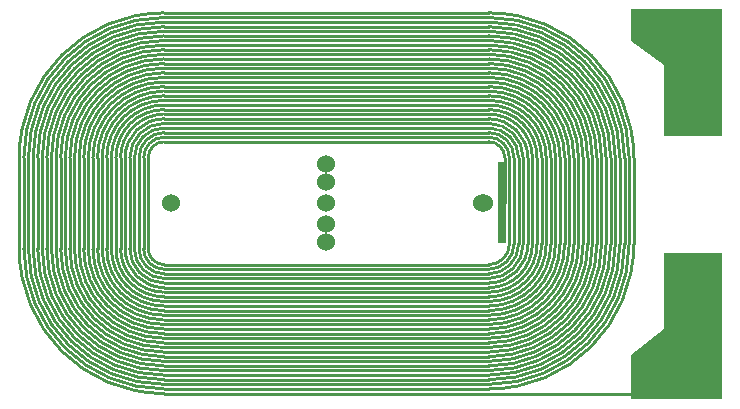
<source format=gtl>
G04*
G04 #@! TF.GenerationSoftware,Altium Limited,Altium Designer,18.1.7 (191)*
G04*
G04 Layer_Physical_Order=1*
G04 Layer_Color=255*
%FSLAX44Y44*%
%MOMM*%
G71*
G01*
G75*
%ADD16C,0.2700*%
%ADD17C,1.5240*%
%ADD18R,2.2900X0.7600*%
%ADD19C,0.5000*%
G36*
X335000Y-166000D02*
X258000Y-166000D01*
X258000Y-128308D01*
X286000Y-106615D01*
X286000Y-42000D01*
X335000Y-42000D01*
Y-166000D01*
D02*
G37*
G36*
X152000Y-33102D02*
X151102Y-34000D01*
X146293Y-34000D01*
X145049Y-33750D01*
Y33750D01*
Y34612D01*
X146267Y35000D01*
X152000D01*
X152000Y-33102D01*
D02*
G37*
G36*
X335000Y57000D02*
X286000D01*
Y117278D01*
X258000Y137500D01*
Y164000D01*
X335000D01*
Y57000D01*
D02*
G37*
D16*
X137500Y-51950D02*
G03*
X154850Y-34600I0J17350D01*
G01*
X-154850Y-38500D02*
G03*
X-137500Y-55850I17350J0D01*
G01*
X137500Y-75350D02*
G03*
X178250Y-34600I0J40750D01*
G01*
X-178250Y-38500D02*
G03*
X-137500Y-79250I40750J0D01*
G01*
X137500D02*
G03*
X182150Y-34600I0J44650D01*
G01*
X137500Y-83150D02*
G03*
X186050Y-34600I0J48550D01*
G01*
X-186050Y-38500D02*
G03*
X-137500Y-87050I48550J0D01*
G01*
X137500D02*
G03*
X189950Y-34600I0J52450D01*
G01*
X137500Y-90950D02*
G03*
X193850Y-34600I0J56350D01*
G01*
X-193850Y-38500D02*
G03*
X-137500Y-94850I56350J0D01*
G01*
X137500D02*
G03*
X197750Y-34600I0J60250D01*
G01*
X137500Y-98750D02*
G03*
X201650Y-34600I0J64150D01*
G01*
X-201650Y-38500D02*
G03*
X-137500Y-102650I64150J0D01*
G01*
X137500D02*
G03*
X205550Y-34600I0J68050D01*
G01*
X137500Y-106550D02*
G03*
X209450Y-34600I0J71950D01*
G01*
X-209450Y-38500D02*
G03*
X-137500Y-110450I71950J0D01*
G01*
X137500D02*
G03*
X213350Y-34600I0J75850D01*
G01*
X137500Y-114350D02*
G03*
X217250Y-34600I0J79750D01*
G01*
X-217250Y-38500D02*
G03*
X-137500Y-118250I79750J0D01*
G01*
X137500D02*
G03*
X221150Y-34600I0J83650D01*
G01*
X137500Y-122150D02*
G03*
X225050Y-34600I0J87550D01*
G01*
X-225050Y-38500D02*
G03*
X-137500Y-126050I87550J0D01*
G01*
X137500D02*
G03*
X228950Y-34600I0J91450D01*
G01*
X137500Y-129950D02*
G03*
X232850Y-34600I0J95350D01*
G01*
X-232850Y-38500D02*
G03*
X-137500Y-133850I95350J0D01*
G01*
X137500D02*
G03*
X236749Y-34600I0J99250D01*
G01*
X-236749Y-38500D02*
G03*
X-137500Y-137750I99250J0D01*
G01*
X137500D02*
G03*
X240650Y-34600I0J103150D01*
G01*
X-240650Y-38500D02*
G03*
X-137500Y-141650I103150J0D01*
G01*
X137500D02*
G03*
X244550Y-34600I0J107050D01*
G01*
X-244550Y-38500D02*
G03*
X-137500Y-145550I107050J0D01*
G01*
X137500D02*
G03*
X248449Y-34600I0J110950D01*
G01*
X-248449Y-38500D02*
G03*
X-137500Y-149450I110950J0D01*
G01*
X137500D02*
G03*
X252349Y-34600I0J114850D01*
G01*
X-252349Y-38500D02*
G03*
X-137500Y-153350I114850J0D01*
G01*
X137500D02*
G03*
X256250Y-34600I0J118750D01*
G01*
X-256250Y-38500D02*
G03*
X-137500Y-157250I118750J0D01*
G01*
X137500D02*
G03*
X260149Y-34600I0J122650D01*
G01*
X-260149Y-38500D02*
G03*
X-137500Y-161150I122650J0D01*
G01*
X-228950Y-38500D02*
G03*
X-137500Y-129950I91450J0D01*
G01*
X-213350Y-38500D02*
G03*
X-137500Y-114350I75850J0D01*
G01*
X-221150Y-38500D02*
G03*
X-137500Y-122150I83650J0D01*
G01*
X-197750Y-38500D02*
G03*
X-137500Y-98750I60250J0D01*
G01*
X-205550Y-38500D02*
G03*
X-137500Y-106550I68050J0D01*
G01*
X-189950Y-38500D02*
G03*
X-137500Y-90950I52450J0D01*
G01*
X-162650Y-38500D02*
G03*
X-137500Y-63650I25150J0D01*
G01*
X-158750Y-38500D02*
G03*
X-137500Y-59750I21250J0D01*
G01*
X-150950Y-38500D02*
G03*
X-137500Y-51950I13450J0D01*
G01*
X-182150Y-38500D02*
G03*
X-137500Y-83150I44650J0D01*
G01*
X-174350Y-38500D02*
G03*
X-137500Y-75350I36850J0D01*
G01*
X-170450Y-38500D02*
G03*
X-137500Y-71450I32950J0D01*
G01*
X-166550Y-38500D02*
G03*
X-137500Y-67550I29050J0D01*
G01*
Y51950D02*
G03*
X-150950Y38500I0J-13450D01*
G01*
X-137500Y63650D02*
G03*
X-162650Y38500I0J-25150D01*
G01*
X-137500Y55850D02*
G03*
X-154850Y38500I0J-17350D01*
G01*
X-137500Y59750D02*
G03*
X-158750Y38500I0J-21250D01*
G01*
X-137500Y133850D02*
G03*
X-232850Y38500I0J-95350D01*
G01*
X-137500Y129950D02*
G03*
X-228950Y38500I0J-91450D01*
G01*
X-137500Y153350D02*
G03*
X-252349Y38500I0J-114850D01*
G01*
X-137500Y137750D02*
G03*
X-236749Y38500I0J-99250D01*
G01*
X-137500Y145550D02*
G03*
X-244550Y38500I0J-107050D01*
G01*
X-137500Y141650D02*
G03*
X-240650Y38500I0J-103150D01*
G01*
X-137500Y161150D02*
G03*
X-260149Y38500I0J-122650D01*
G01*
X-137500Y149450D02*
G03*
X-248449Y38500I0J-110950D01*
G01*
X-137500Y157250D02*
G03*
X-256250Y38500I0J-118750D01*
G01*
X-137500Y126050D02*
G03*
X-225050Y38500I0J-87550D01*
G01*
X-137500Y94850D02*
G03*
X-193850Y38500I0J-56350D01*
G01*
X-137500Y75350D02*
G03*
X-174350Y38500I0J-36850D01*
G01*
X-137500Y118250D02*
G03*
X-217250Y38500I0J-79750D01*
G01*
X-137500Y114350D02*
G03*
X-213350Y38500I0J-75850D01*
G01*
X-137500Y102650D02*
G03*
X-201650Y38500I0J-64150D01*
G01*
X-137500Y98750D02*
G03*
X-197750Y38500I0J-60250D01*
G01*
X-137500Y122150D02*
G03*
X-221150Y38500I0J-83650D01*
G01*
X-137500Y106550D02*
G03*
X-205550Y38500I0J-68050D01*
G01*
X-137500Y110450D02*
G03*
X-209450Y38500I0J-71950D01*
G01*
X-137500Y71450D02*
G03*
X-170450Y38500I0J-32950D01*
G01*
X-137500Y67550D02*
G03*
X-166550Y38500I0J-29050D01*
G01*
X-137500Y87050D02*
G03*
X-186050Y38500I0J-48550D01*
G01*
X-137500Y79250D02*
G03*
X-178250Y38500I0J-40750D01*
G01*
X-137500Y90950D02*
G03*
X-189950Y38500I0J-52450D01*
G01*
X-137500Y83150D02*
G03*
X-182150Y38500I0J-44650D01*
G01*
X137500Y-59750D02*
G03*
X162650Y-34600I0J25150D01*
G01*
X137500Y-55850D02*
G03*
X158750Y-34600I0J21250D01*
G01*
X137500Y-63650D02*
G03*
X166550Y-34600I0J29050D01*
G01*
X137500Y-71450D02*
G03*
X174350Y-34600I0J36850D01*
G01*
X137500Y-67550D02*
G03*
X170450Y-34600I0J32950D01*
G01*
X150950Y38500D02*
G03*
X137500Y51950I-13450J0D01*
G01*
X162650Y38500D02*
G03*
X137500Y63650I-25150J0D01*
G01*
X154850Y38500D02*
G03*
X137500Y55850I-17350J0D01*
G01*
X170450Y38500D02*
G03*
X137500Y71450I-32950J0D01*
G01*
X166550Y38500D02*
G03*
X137500Y67550I-29050J0D01*
G01*
X178250Y38500D02*
G03*
X137500Y79250I-40750J0D01*
G01*
X174350Y38500D02*
G03*
X137500Y75350I-36850J0D01*
G01*
X205550Y38500D02*
G03*
X137500Y106550I-68050J0D01*
G01*
X186050Y38500D02*
G03*
X137500Y87050I-48550J0D01*
G01*
X189950Y38500D02*
G03*
X137500Y90950I-52450J0D01*
G01*
X193850Y38500D02*
G03*
X137500Y94850I-56350J0D01*
G01*
X182150Y38500D02*
G03*
X137500Y83150I-44650J0D01*
G01*
X209450Y38500D02*
G03*
X137500Y110450I-71950J0D01*
G01*
X197750Y38500D02*
G03*
X137500Y98750I-60250J0D01*
G01*
X201650Y38500D02*
G03*
X137500Y102650I-64150J0D01*
G01*
X158750Y38500D02*
G03*
X137500Y59750I-21250J0D01*
G01*
X213350Y38500D02*
G03*
X137500Y114350I-75850J0D01*
G01*
X256250Y38500D02*
G03*
X137500Y157250I-118750J0D01*
G01*
X252349Y38500D02*
G03*
X137500Y153350I-114850J0D01*
G01*
X221150Y38500D02*
G03*
X137500Y122150I-83650J0D01*
G01*
X217250Y38500D02*
G03*
X137500Y118250I-79750J0D01*
G01*
X228950Y38500D02*
G03*
X137500Y129950I-91450J0D01*
G01*
X225050Y38500D02*
G03*
X137500Y126050I-87550J0D01*
G01*
X236749Y38500D02*
G03*
X137500Y137750I-99250J0D01*
G01*
X232850Y38500D02*
G03*
X137500Y133850I-95350J0D01*
G01*
X248449Y38500D02*
G03*
X137500Y149450I-110950J0D01*
G01*
X240650Y38500D02*
G03*
X137500Y141650I-103150J0D01*
G01*
X244550Y38500D02*
G03*
X137500Y145550I-107050J0D01*
G01*
X260149Y38500D02*
G03*
X137500Y161150I-122650J0D01*
G01*
X-154850Y-38500D02*
Y38500D01*
X-178250Y-38500D02*
Y38500D01*
X-137500Y-79250D02*
X137500D01*
X-137500Y-83150D02*
X137500D01*
X-186050Y-38500D02*
Y38500D01*
X-137500Y-87050D02*
X137500D01*
X-137500Y-90950D02*
X137500D01*
X-193850Y-38500D02*
Y38500D01*
X-137500Y-94850D02*
X137500D01*
X-137500Y-98750D02*
X137500D01*
X-201650Y-38500D02*
Y38500D01*
X-137500Y-102650D02*
X137500D01*
X-137500Y-106550D02*
X137500D01*
X-209450Y-38500D02*
Y38500D01*
X-137500Y-110450D02*
X137500D01*
X-137500Y-114350D02*
X137500D01*
X-217250Y-38500D02*
Y38500D01*
X-137500Y-118250D02*
X137500D01*
X-137500Y-122150D02*
X137500D01*
X-225049Y-38500D02*
Y38500D01*
X-137500Y-126050D02*
X137500D01*
X-137500Y-129950D02*
X137500D01*
X-232850Y-38500D02*
Y38500D01*
X-137500Y-133850D02*
X137500D01*
X-236749Y-38500D02*
Y38500D01*
X-137500Y-137750D02*
X137500D01*
X-240650Y-38500D02*
Y38500D01*
X-137500Y-141650D02*
X137500D01*
X-244550Y-38500D02*
Y38500D01*
X-137500Y-145550D02*
X137500D01*
X-248449Y-38500D02*
Y38500D01*
X-137500Y-149450D02*
X137500D01*
X-252349Y-38500D02*
Y38500D01*
X-137500Y-153350D02*
X137500D01*
X-256250Y-38500D02*
Y38500D01*
X-137500Y-157250D02*
X137500D01*
X-260149Y-38500D02*
Y38500D01*
X-221150Y-38500D02*
Y38500D01*
X-228950Y-38500D02*
Y38500D01*
X-205550Y-38500D02*
Y38500D01*
X-213350Y-38500D02*
Y38500D01*
X-197750Y-38500D02*
Y38500D01*
X-189950Y-38500D02*
Y38500D01*
X-174350Y-38500D02*
Y38500D01*
X-170450Y-38500D02*
Y38500D01*
X-182150Y-38500D02*
Y38500D01*
X-150950Y-38500D02*
Y38500D01*
X-166550Y-38500D02*
Y38500D01*
X-158750Y-38500D02*
Y38500D01*
X-162650Y-38500D02*
Y38500D01*
X-137500Y-75350D02*
X137500D01*
X-137500Y-67550D02*
X137500D01*
X-137500Y-71450D02*
X137500D01*
X-137500Y-59750D02*
X137500D01*
X-137500Y-63650D02*
X137500D01*
X-137500Y-51950D02*
X137500D01*
X-137500Y-55850D02*
X137500D01*
X-137500Y51950D02*
X137500D01*
X-137500Y59750D02*
X137500D01*
X-137500Y55850D02*
X137500D01*
X-137500Y71450D02*
X137500D01*
X-137500Y63650D02*
X137500D01*
X-137500Y67550D02*
X137500D01*
X-137500Y79250D02*
X137500D01*
X-137500Y75350D02*
X137500D01*
X-137500Y87050D02*
X137500D01*
X-137500Y83150D02*
X137500D01*
X-137500Y94850D02*
X137500D01*
X-137500Y90950D02*
X137500D01*
X-137500Y98750D02*
X137500D01*
X-137500Y106550D02*
X137500D01*
X-137500Y102650D02*
X137500D01*
X-137500Y110450D02*
X137500D01*
X-137500Y141650D02*
X137500D01*
X-137500Y133850D02*
X137500D01*
X-137500Y157250D02*
X137500D01*
X-137500Y145550D02*
X137500D01*
X-137500Y118250D02*
X137500D01*
X-137500Y114350D02*
X137500D01*
X-137500Y129950D02*
X137500D01*
X-137500Y122150D02*
X137500D01*
X-137500Y126050D02*
X137500D01*
X-137500Y137750D02*
X137500D01*
X-137500Y149450D02*
X137500D01*
X-137500Y153350D02*
X137500D01*
X158750Y-34600D02*
Y38500D01*
X150950Y0D02*
Y38500D01*
X154850Y-34600D02*
Y38500D01*
X162650Y-34600D02*
Y38500D01*
X205550Y-34600D02*
Y38500D01*
X228950Y-34600D02*
Y38500D01*
X236749Y-34600D02*
Y38500D01*
X240650Y-34600D02*
Y38500D01*
X244550Y-34600D02*
Y38500D01*
X248449Y-34600D02*
Y38500D01*
X252349Y-34600D02*
Y38500D01*
X260149Y-34600D02*
Y38500D01*
X256250Y-34600D02*
Y38500D01*
X174350Y-34600D02*
Y38500D01*
X178250Y-34600D02*
Y38500D01*
X166550Y-34600D02*
Y38500D01*
X170450Y-34600D02*
Y38500D01*
X182150Y-34600D02*
Y38500D01*
X186050Y-34600D02*
Y38500D01*
X189950Y-34600D02*
Y38500D01*
X209450Y-34600D02*
Y38500D01*
X213350Y-34600D02*
Y38500D01*
X193850Y-34600D02*
Y38500D01*
X201650Y-34600D02*
Y38500D01*
X197750Y-34600D02*
Y38500D01*
X217250Y-34600D02*
Y38500D01*
X221150Y-34600D02*
Y38500D01*
X225050Y-34600D02*
Y38500D01*
X232850Y-34600D02*
Y38500D01*
X-137500Y-161150D02*
X266600D01*
X289650Y-138100D01*
X297300D01*
X-137500Y161150D02*
X137500D01*
D17*
X-132000Y0D02*
D03*
X0D02*
D03*
X131500Y-0D02*
D03*
X0Y-33000D02*
D03*
Y-18000D02*
D03*
Y18000D02*
D03*
Y33000D02*
D03*
X133000Y0D02*
D03*
D18*
X297300Y153100D02*
D03*
X322700D02*
D03*
X297300Y127700D02*
D03*
X322700D02*
D03*
X297300Y102300D02*
D03*
X322700D02*
D03*
X297300Y76900D02*
D03*
X322700D02*
D03*
X297300Y-61900D02*
D03*
X322700D02*
D03*
X297300Y-87300D02*
D03*
X322700D02*
D03*
X297300Y-112700D02*
D03*
X322700D02*
D03*
X297300Y-138100D02*
D03*
X322700D02*
D03*
D19*
X148000Y-22000D02*
D03*
Y-29000D02*
D03*
Y32000D02*
D03*
Y26000D02*
D03*
Y20000D02*
D03*
Y14000D02*
D03*
Y8000D02*
D03*
Y2000D02*
D03*
Y-16000D02*
D03*
Y-10000D02*
D03*
Y-4000D02*
D03*
M02*

</source>
